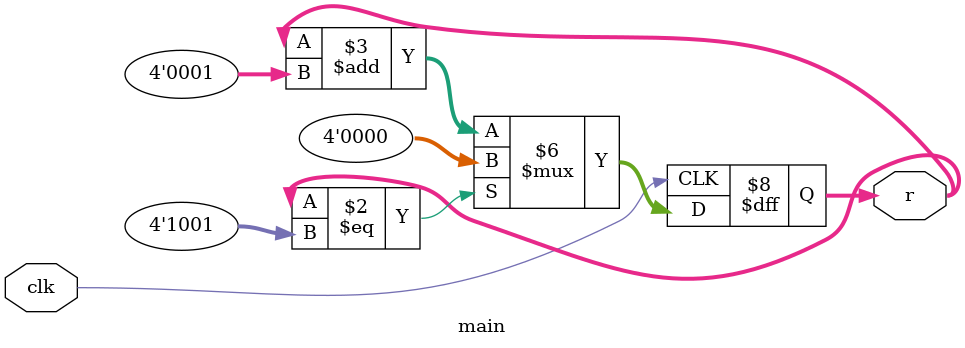
<source format=v>
module main(clk, r);

input clk;
output reg[3:0] r = 4'd0;

always @(posedge clk)
begin

	if(r == 4'd9)
		r <= 4'd0;
	else
		r <= r + 4'd1;
end

endmodule
</source>
